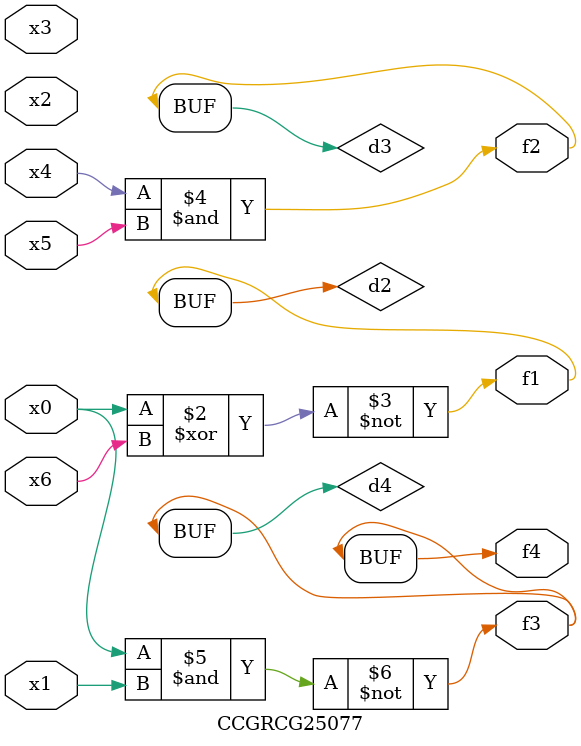
<source format=v>
module CCGRCG25077(
	input x0, x1, x2, x3, x4, x5, x6,
	output f1, f2, f3, f4
);

	wire d1, d2, d3, d4;

	nor (d1, x0);
	xnor (d2, x0, x6);
	and (d3, x4, x5);
	nand (d4, x0, x1);
	assign f1 = d2;
	assign f2 = d3;
	assign f3 = d4;
	assign f4 = d4;
endmodule

</source>
